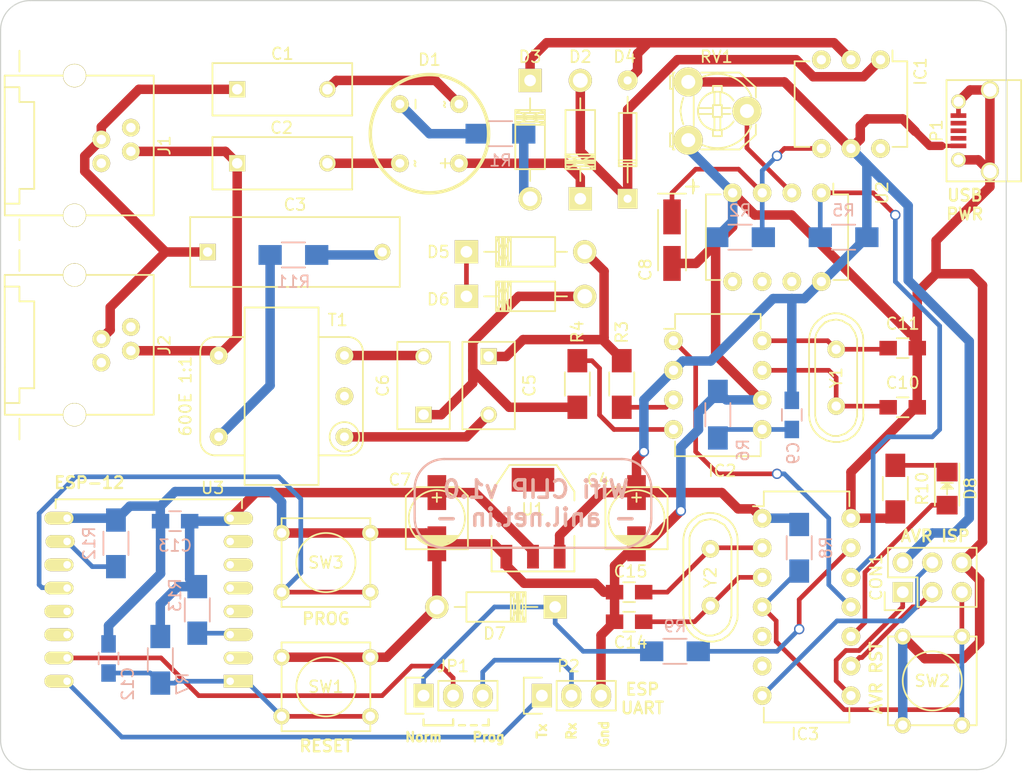
<source format=kicad_pcb>
(kicad_pcb (version 20221018) (generator pcbnew)
  (layers (0 "F.Cu" signal) (31 "B.Cu" signal) (34 "B.Paste" user) (35 "F.Paste" user) (36 "B.SilkS" user "B.Silkscreen") (37 "F.SilkS" user "F.Silkscreen") (38 "B.Mask" user) (39 "F.Mask" user) (44 "Edge.Cuts" user))
  (net 0 "")
  (net 1 "GND")
  (net 2 "+5V")
  (net 3 "Net-(C8-Pad1)")
  (net 4 "Net-(IC2-Pad3)")
  (net 5 "Net-(IC2-Pad4)")
  (net 6 "CLIP")
  (net 7 "Net-(C1-Pad2)")
  (net 8 "Net-(C2-Pad2)")
  (net 9 "Net-(C3-Pad2)")
  (net 10 "Net-(C5-Pad1)")
  (net 11 "Net-(C6-Pad1)")
  (net 12 "Net-(C6-Pad2)")
  (net 13 "Net-(C10-Pad1)")
  (net 14 "Net-(C11-Pad1)")
  (net 15 "Net-(D2-Pad2)")
  (net 16 "Net-(D1-Pad3)")
  (net 17 "Net-(D3-Pad2)")
  (net 18 "Net-(D3-Pad1)")
  (net 19 "Net-(D5-Pad1)")
  (net 20 "Net-(D7-Pad1)")
  (net 21 "RING")
  (net 22 "Net-(D1-Pad1)")
  (net 23 "Net-(RV1-Pad2)")
  (net 24 "TEL1")
  (net 25 "TEL2")
  (net 26 "Net-(C5-Pad2)")
  (net 27 "+3V3")
  (net 28 "Net-(C9-Pad2)")
  (net 29 "Net-(C12-Pad1)")
  (net 30 "Net-(C14-Pad1)")
  (net 31 "Net-(C15-Pad1)")
  (net 32 "AVR_MISO")
  (net 33 "AVR_SCL")
  (net 34 "AVR_MOSI")
  (net 35 "AVR_REST")
  (net 36 "Net-(D8-Pad1)")
  (net 37 "Net-(D8-Pad2)")
  (net 38 "NUMOUT")
  (net 39 "Net-(JP1-Pad2)")
  (net 40 "Net-(P2-Pad1)")
  (net 41 "Net-(SW3-Pad2)")
  (net 42 "Net-(R11-Pad1)")
  (net 43 "Net-(R12-Pad2)")
  (net 44 "Net-(R13-Pad2)")
  (net 45 "Net-(JP1-Pad3)")
  (footprint "Capacitors_ThroughHole:C_Disc_D12_P7.75" (layer "F.Cu") (at 182.88 116.84)
    (fp_text reference "C1")
    (fp_text value "33nF, 150V")
  )
  (footprint "Capacitors_ThroughHole:C_Disc_D12_P7.75" (layer "F.Cu") (at 182.88 123.19)
    (fp_text reference "C2")
    (fp_text value "33nF, 150v")
  )
  (footprint "Capacitors_ThroughHole:C_Rect_L18_W6_P15" (layer "F.Cu") (at 180.34 130.81)
    (fp_text reference "C3")
    (fp_text value "100nF, 250V")
  )
  (footprint "Pin_Headers:Pin_Header_Straight_2x03" (layer "F.Cu") (at 240.03 160.02 90)
    (fp_text reference "CON1")
    (fp_text value "AVR-ISP-6")
  )
  (footprint "akn_misc:WOM_BRIDGE" (layer "F.Cu") (at 199.39 120.65 90)
    (fp_text reference "D1")
    (fp_text value "W10M")
  )
  (footprint "Diodes_ThroughHole:Diode_DO-41_SOD81_Horizontal_RM10" (layer "F.Cu") (at 212.34654 126.238 90)
    (fp_text reference "D2")
    (fp_text value "ZENER 8.2V")
  )
  (footprint "Diodes_ThroughHole:Diode_DO-41_SOD81_Horizontal_RM10" (layer "F.Cu") (at 208.02854 116.078 -90)
    (fp_text reference "D3")
    (fp_text value "ZENER 8.2V")
  )
  (footprint "Diodes_ThroughHole:Diode_DO-41_SOD81_Horizontal_RM10" (layer "F.Cu") (at 202.565 130.7973)
    (fp_text reference "D5")
    (fp_text value "ZENER 3.3V")
  )
  (footprint "Diodes_ThroughHole:Diode_DO-41_SOD81_Horizontal_RM10" (layer "F.Cu") (at 202.565 134.62254)
    (fp_text reference "D6")
    (fp_text value "ZENER 3.3V")
  )
  (footprint "Diodes_ThroughHole:Diode_DO-41_SOD81_Horizontal_RM10" (layer "F.Cu") (at 210.185 161.29 180)
    (fp_text reference "D7")
    (fp_text value "3.3v")
  )
  (footprint "Housings_DIP:DIP-6_W7.62mm" (layer "F.Cu") (at 238.125 114.3 -90)
    (fp_text reference "IC1")
    (fp_text value "4N35")
  )
  (footprint "Housings_DIP:DIP-8_W7.62mm" (layer "F.Cu") (at 220.345 138.43)
    (fp_text reference "IC2")
    (fp_text value "HT9032D")
  )
  (footprint "Housings_DIP:DIP-14_W7.62mm" (layer "F.Cu") (at 227.965 153.67)
    (fp_text reference "IC3")
    (fp_text value "ATTINY84-P")
  )
  (footprint "akn_misc:RJ11_PTH_6P4C_STAG" (layer "F.Cu") (at 162.91 121.66 -90)
    (fp_text reference "J1")
    (fp_text value "RJ11_PTH_STAGGER")
  )
  (footprint "akn_misc:RJ11_PTH_6P4C_STAG" (layer "F.Cu") (at 162.91 138.78 -90)
    (fp_text reference "J2")
    (fp_text value "RJ11_PTH_STAGGER")
  )
  (footprint "Connect:USB_Micro-B" (layer "F.Cu") (at 246.38 120.396 90)
    (fp_text reference "P1")
    (fp_text value "USB_OTG")
  )
  (footprint "Potentiometers:Potentiometer_Triwood_RM-065" (layer "F.Cu") (at 221.615 116.205 -90)
    (fp_text reference "RV1")
    (fp_text value "10K")
  )
  (footprint "Buttons_Switches_ThroughHole:SW_PUSH_SMALL" (layer "F.Cu") (at 190.5 168.148)
    (fp_text reference "SW1")
    (fp_text value "ESP_REST")
  )
  (footprint "Buttons_Switches_ThroughHole:SW_PUSH_SMALL" (layer "F.Cu") (at 242.57 167.64 90)
    (fp_text reference "SW2")
    (fp_text value "AVR_REST")
  )
  (footprint "Buttons_Switches_ThroughHole:SW_PUSH_SMALL" (layer "F.Cu") (at 190.5 157.48)
    (fp_text reference "SW3")
    (fp_text value "PROG")
  )
  (footprint "akn_transformers:TRANSFO-AUDIO-EL14" (layer "F.Cu") (at 186.69 143.1925 -90)
    (fp_text reference "T1")
    (fp_text value "600E 1:1")
  )
  (footprint "TO_SOT_Packages_SMD:SOT-223" (layer "F.Cu") (at 208.28 153.67)
    (fp_text reference "U1")
    (fp_text value "LD1117S33TR")
  )
  (footprint "Housings_DIP:DIP-8_W7.62mm" (layer "F.Cu") (at 233.045 125.73 -90)
    (fp_text reference "U2")
    (fp_text value "LM393")
  )
  (footprint "ESP8266:ESP-12" (layer "F.Cu") (at 182.275 167.67 180)
    (fp_text reference "U3")
    (fp_text value "ESP-12")
  )
  (footprint "Crystals:Crystal_HC49-U_Vertical" (layer "F.Cu") (at 234.315 141.605 90)
    (fp_text reference "Y1")
    (fp_text value "3.579545Mhz")
  )
  (footprint "Crystals:Crystal_HC49-U_Vertical" (layer "F.Cu") (at 223.52 158.75 90)
    (fp_text reference "Y2")
    (fp_text value "8 Mhz")
  )
  (footprint "Capacitors_SMD:c_elec_5x5.3" (layer "F.Cu") (at 217.17 153.67 90)
    (fp_text reference "C4")
    (fp_text value "10uF")
  )
  (footprint "Capacitors_SMD:c_elec_5x5.3" (layer "F.Cu") (at 200.025 153.67 90)
    (fp_text reference "C7")
    (fp_text value "10uF")
  )
  (footprint "Capacitors_SMD:C_0805_HandSoldering" (layer "F.Cu") (at 240.03 144.145)
    (fp_text reference "C10")
    (fp_text value "22pF")
  )
  (footprint "Capacitors_SMD:C_0805_HandSoldering" (layer "F.Cu") (at 240.03 139.065)
    (fp_text reference "C11")
    (fp_text value "22pF")
  )
  (footprint "Capacitors_SMD:C_0805_HandSoldering" (layer "F.Cu") (at 216.535 162.56 180)
    (fp_text reference "C14")
    (fp_text value "22pF")
  )
  (footprint "Capacitors_SMD:C_0805_HandSoldering" (layer "F.Cu") (at 216.535 160.02 180)
    (fp_text reference "C15")
    (fp_text value "22pF")
  )
  (footprint "Resistors_SMD:R_1206_HandSoldering" (layer "F.Cu") (at 239.395 151.13 -90)
    (fp_text reference "R10")
    (fp_text value "1K")
  )
  (footprint "Resistors_SMD:R_1206_HandSoldering" (layer "F.Cu") (at 215.9 142.145 -90)
    (fp_text reference "R3")
    (fp_text value "220K")
  )
  (footprint "Resistors_SMD:R_1206_HandSoldering" (layer "F.Cu") (at 212.09 142.145 90)
    (fp_text reference "R4")
    (fp_text value "220K")
  )
  (footprint "Capacitors_ThroughHole:C_Disc_D7.5_P5" (layer "F.Cu") (at 204.47 139.78 -90)
    (fp_text reference "C5")
    (fp_text value "47nF")
  )
  (footprint "Capacitors_ThroughHole:C_Disc_D7.5_P5" (layer "F.Cu") (at 198.882 144.78 90)
    (fp_text reference "C6")
    (fp_text value "47nF")
  )
  (footprint "LEDs:LED-1206" (layer "F.Cu") (at 243.84 151.13 -90)
    (fp_text reference "D8")
    (fp_text value "LED")
  )
  (footprint "Diodes_ThroughHole:Diode_DO-35_SOD27_Horizontal_RM10" (layer "F.Cu") (at 216.41054 126.23852 90)
    (fp_text reference "D4")
    (fp_text value "1N4148")
  )
  (footprint "Capacitors_Tantalum_SMD:TantalC_SizeA_EIA-3216_HandSoldering" (layer "F.Cu") (at 220.218 129.794 -90)
    (fp_text reference "C8")
    (fp_text value "1uF")
  )
  (footprint "Pin_Headers:Pin_Header_Straight_1x03" (layer "F.Cu") (at 198.882 168.91 90)
    (fp_text reference "JP1")
    (fp_text value "RX sel.")
  )
  (footprint "Pin_Headers:Pin_Header_Straight_1x03" (layer "F.Cu") (at 209.042 168.91 90)
    (fp_text reference "P2")
    (fp_text value "ESP_UART")
  )
  (footprint "Capacitors_SMD:C_0805_HandSoldering" (layer "B.Cu") (at 230.505 144.8 -90)
    (fp_text reference "C9")
    (fp_text value "0.1uF")
  )
  (footprint "Capacitors_SMD:C_0805_HandSoldering" (layer "B.Cu") (at 171.831 165.715 90)
    (fp_text reference "C12")
    (fp_text value "0.1uF")
  )
  (footprint "Capacitors_SMD:C_0805_HandSoldering" (layer "B.Cu") (at 177.546 153.924)
    (fp_text reference "C13")
    (fp_text value "0.1uF")
  )
  (footprint "Resistors_SMD:R_1206_HandSoldering" (layer "B.Cu") (at 205.486 120.65)
    (fp_text reference "R1")
    (fp_text value "100K")
  )
  (footprint "Resistors_SMD:R_1206_HandSoldering" (layer "B.Cu") (at 234.95 129.54 180)
    (fp_text reference "R5")
    (fp_text value "10K")
  )
  (footprint "Resistors_SMD:R_1206_HandSoldering" (layer "B.Cu") (at 224.155 144.78 90)
    (fp_text reference "R6")
    (fp_text value "100K")
  )
  (footprint "Resistors_SMD:R_1206_HandSoldering" (layer "B.Cu") (at 176.276 165.83 -90)
    (fp_text reference "R7")
    (fp_text value "4.7K")
  )
  (footprint "Resistors_SMD:R_1206_HandSoldering" (layer "B.Cu") (at 231.14 156.21 90)
    (fp_text reference "R8")
    (fp_text value "4.7K")
  )
  (footprint "Resistors_SMD:R_1206_HandSoldering" (layer "B.Cu") (at 220.472 165.1 180)
    (fp_text reference "R9")
    (fp_text value "1k")
  )
  (footprint "Resistors_SMD:R_1206_HandSoldering" (layer "B.Cu") (at 226.06 129.54 180)
    (fp_text reference "R2")
    (fp_text value "220K")
  )
  (footprint "Resistors_SMD:R_1206_HandSoldering" (layer "B.Cu") (at 187.706 131.064)
    (fp_text reference "R11")
    (fp_text value "1K")
  )
  (footprint "Resistors_SMD:R_1206_HandSoldering" (layer "B.Cu") (at 172.466 155.829 -90)
    (fp_text reference "R12")
    (fp_text value "1K")
  )
  (footprint "Resistors_SMD:R_1206_HandSoldering" (layer "B.Cu") (at 179.451 161.544 -90)
    (fp_text reference "R13")
    (fp_text value "1K")
  )
  (gr_line (start 215.9 156.21) (end 200.66 156.21) (stroke (width 0.2)) (layer "B.SilkS"))
  (gr_line (start 200.66 148.59) (end 215.9 148.59) (stroke (width 0.2)) (layer "B.SilkS"))
  (gr_line (start 218.44 151.13) (end 218.44 153.67) (stroke (width 0.2)) (layer "B.SilkS"))
  (gr_arc (start 215.9 148.59) (mid 217.696051 149.333949) (end 218.44 151.13) (stroke (width 0.2)) (layer "B.SilkS"))
  (gr_arc (start 218.44 153.67) (mid 217.696051 155.466051) (end 215.9 156.21) (stroke (width 0.2)) (layer "B.SilkS"))
  (gr_arc (start 200.66 156.21) (mid 198.863949 155.466051) (end 198.12 153.67) (stroke (width 0.2)) (layer "B.SilkS"))
  (gr_arc (start 198.12 151.13) (mid 198.863949 149.333949) (end 200.66 148.59) (stroke (width 0.2)) (layer "B.SilkS"))
  (gr_line (start 198.12 153.67) (end 198.12 151.13) (stroke (width 0.2)) (layer "B.SilkS"))
  (gr_line (start 202.946 171.45) (end 203.454 171.45) (stroke (width 0.2)) (layer "F.SilkS"))
  (gr_line (start 201.93 171.45) (end 202.438 171.45) (stroke (width 0.2)) (layer "F.SilkS"))
  (gr_line (start 198.882 171.45) (end 201.422 171.45) (stroke (width 0.2)) (layer "F.SilkS"))
  (gr_line (start 198.882 170.942) (end 198.882 171.45) (stroke (width 0.2)) (layer "F.SilkS"))
  (gr_line (start 201.422 171.45) (end 201.422 170.942) (stroke (width 0.2)) (layer "F.SilkS"))
  (gr_line (start 203.962 171.45) (end 204.47 171.45) (stroke (width 0.2)) (layer "F.SilkS"))
  (gr_line (start 204.47 171.45) (end 204.47 170.942) (stroke (width 0.2)) (layer "F.SilkS"))
  (gr_line (start 162.56 172.72) (end 162.56 111.76) (stroke (width 0.1)) (layer "Edge.Cuts"))
  (gr_arc (start 162.56 111.76) (mid 163.303949 109.963949) (end 165.1 109.22) (stroke (width 0.1)) (layer "Edge.Cuts"))
  (gr_line (start 246.38 175.26) (end 165.1 175.26) (stroke (width 0.1)) (layer "Edge.Cuts"))
  (gr_arc (start 248.92 172.72) (mid 248.176051 174.516051) (end 246.38 175.26) (stroke (width 0.1)) (layer "Edge.Cuts"))
  (gr_arc (start 165.1 175.26) (mid 163.303949 174.516051) (end 162.56 172.72) (stroke (width 0.1)) (layer "Edge.Cuts"))
  (gr_line (start 248.92 111.76) (end 248.92 172.72) (stroke (width 0.1)) (layer "Edge.Cuts"))
  (gr_line (start 165.1 109.22) (end 246.38 109.22) (stroke (width 0.1)) (layer "Edge.Cuts"))
  (gr_arc (start 246.38 109.22) (mid 248.176051 109.963949) (end 248.92 111.76) (stroke (width 0.1)) (layer "Edge.Cuts"))
  (gr_text "Wifi CLIP v1.0\n- anil.net.in -" (at 208.534 152.4) (layer "B.SilkS") (effects (font (size 1.5 1.5) (thickness 0.3)) (justify mirror)))
  (gr_text "Rx" (at 211.582 171.958 90) (layer "F.SilkS") (effects (font (size 0.8 0.8) (thickness 0.2))))
  (gr_text "Gnd" (at 214.376 172.212 90) (layer "F.SilkS") (effects (font (size 0.8 0.8) (thickness 0.2))))
  (gr_text "AVR ISP" (at 242.824 155.194) (layer "F.SilkS") (effects (font (size 1 1) (thickness 0.2))))
  (gr_text "AVR RST" (at 237.744 167.386 90) (layer "F.SilkS") (effects (font (size 1 1) (thickness 0.2))))
  (gr_text "USB\nPWR" (at 245.364 126.746) (layer "F.SilkS") (effects (font (size 1 1) (thickness 0.2))))
  (gr_text "Prog" (at 204.47 172.466) (layer "F.SilkS") (effects (font (size 0.8 0.8) (thickness 0.2))))
  (gr_text "ESP\nUART" (at 217.678 169.164) (layer "F.SilkS") (effects (font (size 1 1) (thickness 0.2))))
  (gr_text "ESP-12" (at 170.18 150.622) (layer "F.SilkS") (effects (font (size 1 1) (thickness 0.2))))
  (gr_text "Norm" (at 198.882 172.466) (layer "F.SilkS") (effects (font (size 0.8 0.8) (thickness 0.2))))
  (gr_text "RESET" (at 190.5 173.228) (layer "F.SilkS") (effects (font (size 1 1) (thickness 0.2))))
  (gr_text "PROG" (at 190.5 162.306) (layer "F.SilkS") (effects (font (size 1 1) (thickness 0.2))))
  (gr_text "Tx" (at 209.042 171.958 90) (layer "F.SilkS") (effects (font (size 0.8 0.8) (thickness 0.2))))
  (segment (start 222.280626 131.79298) (end 223.964599 130.109007) (width 0.8128) (layer "F.Cu") (net 1))
  (segment (start 214.122 163.723) (end 215.285 162.56) (width 0.8128) (layer "F.Cu") (net 1))
  (segment (start 205.994 157.734) (end 207.518 159.258) (width 0.8128) (layer "F.Cu") (net 1))
  (segment (start 207.518 159.258) (end 213.614 159.258) (width 0.8128) (layer "F.Cu") (net 1))
  (segment (start 213.614 159.258) (end 214.376 160.02) (width 0.8128) (layer "F.Cu") (net 1))
  (segment (start 214.376 160.02) (end 215.285 160.02) (width 0.8128) (layer "F.Cu") (net 1))
  (segment (start 245.11 157.48) (end 246.634001 159.004001) (width 0.8128) (layer "F.Cu") (net 1))
  (segment (start 247.51746 123.8969) (end 247.51746 125.2097) (width 0.8128) (layer "F.Cu") (net 1))
  (segment (start 235.585 153.67) (end 238.855 153.67) (width 0.8128) (layer "F.Cu") (net 1))
  (segment (start 241.155 144.145) (end 235.585 149.715) (width 0.8128) (layer "F.Cu") (net 1))
  (segment (start 241.28 138.43) (end 230.485 127.635) (width 0.8128) (layer "F.Cu") (net 1))
  (segment (start 245.11 157.48) (end 246.88246 155.70754) (width 0.8128) (layer "F.Cu") (net 1))
  (segment (start 227.838 143.51) (end 227.965 143.51) (width 0.8128) (layer "F.Cu") (net 1))
  (segment (start 241.28 134.29056) (end 241.28 138.43) (width 0.8128) (layer "F.Cu") (net 1))
  (segment (start 204.89164 155.86964) (end 205.994 156.972) (width 0.8128) (layer "F.Cu") (net 1))
  (segment (start 230.485 127.635) (end 227.33 127.635) (width 0.8128) (layer "F.Cu") (net 1))
  (segment (start 227.33 127.635) (end 225.425 125.73) (width 0.8128) (layer "F.Cu") (net 1))
  (segment (start 241.935 165.735) (end 240.03 163.83) (width 0.8128) (layer "F.Cu") (net 1))
  (segment (start 244.81746 122.8969) (end 246.51746 122.8969) (width 0.8128) (layer "F.Cu") (net 1))
  (segment (start 200.025 161.29254) (end 200.025 155.86964) (width 0.8128) (layer "F.Cu") (net 1))
  (segment (start 194.31 165.608) (end 195.70954 165.608) (width 0.8128) (layer "F.Cu") (net 1))
  (segment (start 215.285 157.75464) (end 217.17 155.86964) (width 0.8128) (layer "F.Cu") (net 1))
  (segment (start 245.216174 165.735) (end 241.935 165.735) (width 0.8128) (layer "F.Cu") (net 1))
  (segment (start 245.88246 132.6759) (end 242.89466 132.6759) (width 0.8128) (layer "F.Cu") (net 1))
  (segment (start 223.964599 130.109007) (end 223.964599 139.636599) (width 0.8128) (layer "F.Cu") (net 1))
  (segment (start 247.51746 116.8969) (end 245.81746 116.8969) (width 0.8128) (layer "F.Cu") (net 1))
  (segment (start 205.994 156.972) (end 205.994 157.734) (width 0.8128) (layer "F.Cu") (net 1))
  (segment (start 242.89466 129.8325) (end 242.89466 132.6759) (width 0.8128) (layer "F.Cu") (net 1))
  (segment (start 215.285 160.02) (end 215.285 157.75464) (width 0.8128) (layer "F.Cu") (net 1))
  (segment (start 186.69 154.94) (end 194.31 154.94) (width 0.8128) (layer "F.Cu") (net 1))
  (segment (start 241.28 139.065) (end 241.28 144.145) (width 0.8128) (layer "F.Cu") (net 1))
  (segment (start 238.855 153.67) (end 239.395 153.13) (width 0.8128) (layer "F.Cu") (net 1))
  (segment (start 217.17 155.86964) (end 218.14536 155.86964) (width 0.8128) (layer "F.Cu") (net 1))
  (segment (start 225.425 125.73) (end 225.425 128.648606) (width 0.8128) (layer "F.Cu") (net 1))
  (segment (start 246.51746 122.8969) (end 247.51746 123.8969) (width 0.8128) (layer "F.Cu") (net 1))
  (segment (start 200.025 155.86964) (end 204.89164 155.86964) (width 0.8128) (layer "F.Cu") (net 1))
  (segment (start 218.14536 155.86964) (end 220.98 153.035) (width 0.8128) (layer "F.Cu") (net 1))
  (segment (start 245.81746 116.8969) (end 244.81746 117.8969) (width 0.8128) (layer "F.Cu") (net 1))
  (segment (start 214.122 168.91) (end 214.122 163.723) (width 0.8128) (layer "F.Cu") (net 1))
  (segment (start 244.81746 117.8969) (end 244.81746 119.092399) (width 0.401) (layer "F.Cu") (net 1))
  (segment (start 247.51746 125.2097) (end 242.89466 129.8325) (width 0.8128) (layer "F.Cu") (net 1))
  (segment (start 194.31 154.94) (end 199.09536 154.94) (width 0.8128) (layer "F.Cu") (net 1))
  (segment (start 246.88246 155.70754) (end 246.88246 133.6759) (width 0.8128) (layer "F.Cu") (net 1))
  (segment (start 205.994 156.972) (end 205.994 157.48) (width 0.8128) (layer "F.Cu") (net 1))
  (segment (start 225.425 128.648606) (end 223.964599 130.109007) (width 0.8128) (layer "F.Cu") (net 1))
  (segment (start 215.285 160.02) (end 215.285 162.56) (width 0.8128) (layer "F.Cu") (net 1))
  (segment (start 246.634001 159.004001) (end 246.634001 164.317173) (width 0.8128) (layer "F.Cu") (net 1))
  (segment (start 242.89466 132.6759) (end 241.28 134.29056) (width 0.8128) (layer "F.Cu") (net 1))
  (segment (start 235.585 149.715) (end 235.585 153.67) (width 0.8128) (layer "F.Cu") (net 1))
  (segment (start 241.28 138.43) (end 241.28 139.065) (width 0.8128) (layer "F.Cu") (net 1))
  (segment (start 195.70954 165.608) (end 200.025 161.29254) (width 0.8128) (layer "F.Cu") (net 1))
  (segment (start 223.964599 139.636599) (end 227.838 143.51) (width 0.8128) (layer "F.Cu") (net 1))
  (segment (start 247.51746 123.8969) (end 247.51746 116.8969) (width 0.8128) (layer "F.Cu") (net 1))
  (segment (start 199.09536 154.94) (end 200.025 155.86964) (width 0.8128) (layer "F.Cu") (net 1))
  (segment (start 246.634001 164.317173) (end 245.216174 165.735) (width 0.8128) (layer "F.Cu") (net 1))
  (segment (start 245.88246 132.6759) (end 246.88246 133.6759) (width 0.8128) (layer "F.Cu") (net 1))
  (segment (start 220.218 131.79298) (end 222.280626 131.79298) (width 0.8128) (layer "F.Cu") (net 1))
  (segment (start 186.69 165.608) (end 194.31 165.608) (width 0.8128) (layer "F.Cu") (net 1))
  (segment (start 241.28 144.145) (end 241.155 144.145) (width 0.8128) (layer "F.Cu") (net 1))
  (via (at 220.98 153.035) (size 0.889) (drill 0.635) (layers "F.Cu" "B.Cu") (net 1))
  (segment (start 221.615 121.92) (end 225.425 125.73) (width 0.8128) (layer "B.Cu") (net 1))
  (segment (start 186.69 152.273) (end 185.801 151.384) (width 0.8128) (layer "B.Cu") (net 1))
  (segment (start 185.801 151.384) (end 177.546 151.384) (width 0.8128) (layer "B.Cu") (net 1))
  (segment (start 177.546 151.384) (end 176.296 152.634) (width 0.8128) (layer "B.Cu") (net 1))
  (segment (start 176.296 152.634) (end 176.276 152.634) (width 0.8128) (layer "B.Cu") (net 1))
  (segment (start 173.661 152.634) (end 172.625 153.67) (width 0.8128) (layer "B.Cu") (net 1))
  (segment (start 172.625 153.67) (end 168.275 153.67) (width 0.8128) (layer "B.Cu") (net 1))
  (segment (start 176.276 152.634) (end 173.661 152.634) (width 0.8128) (layer "B.Cu") (net 1))
  (segment (start 176.276 153.904) (end 176.296 153.924) (width 0.8128) (layer "B.Cu") (net 1))
  (segment (start 224.155 142.93) (end 224.155 142.78) (width 0.8128) (layer "B.Cu") (net 1))
  (segment (start 171.831 162.9022) (end 176.296 158.4372) (width 0.8128) (layer "B.Cu") (net 1))
  (segment (start 221.615 121.20372) (end 221.615 121.92) (width 0.8128) (layer "B.Cu") (net 1))
  (segment (start 176.296 158.4372) (end 176.296 153.924) (width 0.8128) (layer "B.Cu") (net 1))
  (segment (start 225.425 125.73) (end 225.425 128.175) (width 0.8128) (layer "B.Cu") (net 1))
  (segment (start 186.69 154.94) (end 186.69 152.273) (width 0.8128) (layer "B.Cu") (net 1))
  (segment (start 240.03 163.83) (end 240.03 171.45) (width 0.8128) (layer "B.Cu") (net 1))
  (segment (start 224.885 143.51) (end 224.155 142.78) (width 0.8128) (layer "B.Cu") (net 1))
  (segment (start 222.4922 146.064194) (end 222.4922 144.5928) (width 0.8128) (layer "B.Cu") (net 1))
  (segment (start 225.425 128.175) (end 224.06 129.54) (width 0.8128) (layer "B.Cu") (net 1))
  (segment (start 220.98 147.576394) (end 222.4922 146.064194) (width 0.8128) (layer "B.Cu") (net 1))
  (segment (start 227.965 143.51) (end 224.885 143.51) (width 0.8128) (layer "B.Cu") (net 1))
  (segment (start 176.276 152.634) (end 176.276 153.904) (width 0.8128) (layer "B.Cu") (net 1))
  (segment (start 220.98 153.035) (end 220.98 147.576394) (width 0.8128) (layer "B.Cu") (net 1))
  (segment (start 222.4922 144.5928) (end 224.155 142.93) (width 0.8128) (layer "B.Cu") (net 1))
  (segment (start 171.831 164.465) (end 171.831 162.9022) (width 0.8128) (layer "B.Cu") (net 1))
  (segment (start 217.17 151.47036) (end 224.49536 151.47036) (width 0.8128) (layer "F.Cu") (net 2))
  (segment (start 210.566 156.972) (end 210.566 155.1432) (width 0.8128) (layer "F.Cu") (net 2))
  (segment (start 243.3629 121.6969) (end 242.3469 121.6969) (width 0.72) (layer "F.Cu") (net 2))
  (segment (start 236.384999 119.977001) (end 236.982 119.38) (width 0.8128) (layer "F.Cu") (net 2))
  (segment (start 242.3469 121.6969) (end 241.109599 120.459599) (width 0.72) (layer "F.Cu") (net 2))
  (segment (start 229.87 116.205) (end 235.585 121.92) (width 0.8128) (layer "F.Cu") (net 2))
  (segment (start 244.81746 121.6969) (end 243.3629 121.6969) (width 0.36) (layer "F.Cu") (net 2))
  (segment (start 210.566 155.1432) (end 214.23884 151.47036) (width 0.8128) (layer "F.Cu") (net 2))
  (segment (start 225.895001 152.870001) (end 227.165001 152.870001) (width 0.8128) (layer "F.Cu") (net 2))
  (segment (start 240.03 119.38) (end 241.109599 120.459599) (width 0.8128) (layer "F.Cu") (net 2))
  (segment (start 236.982 119.38) (end 240.03 119.38) (width 0.8128) (layer "F.Cu") (net 2))
  (segment (start 217.17 151.47036) (end 217.17 148.59) (width 0.8128) (layer "F.Cu") (net 2))
  (segment (start 217.17 148.59) (end 217.805 147.955) (width 0.8128) (layer "F.Cu") (net 2))
  (segment (start 235.585 121.92) (end 236.384999 121.120001) (width 0.8128) (layer "F.Cu") (net 2))
  (segment (start 221.615 116.205) (end 229.87 116.205) (width 0.8128) (layer "F.Cu") (net 2))
  (segment (start 227.165001 152.870001) (end 227.965 153.67) (width 0.8128) (layer "F.Cu") (net 2))
  (segment (start 224.49536 151.47036) (end 225.895001 152.870001) (width 0.8128) (layer "F.Cu") (net 2))
  (segment (start 214.23884 151.47036) (end 217.17 151.47036) (width 0.8128) (layer "F.Cu") (net 2))
  (segment (start 236.384999 121.120001) (end 236.384999 119.977001) (width 0.8128) (layer "F.Cu") (net 2))
  (via (at 217.805 147.955) (size 0.889) (drill 0.635) (layers "F.Cu" "B.Cu") (net 2))
  (segment (start 244.475 154.94) (end 242.57 154.94) (width 0.8128) (layer "B.Cu") (net 2))
  (segment (start 217.805 143.51) (end 220.345 140.97) (width 0.8128) (layer "B.Cu") (net 2))
  (segment (start 233.045 133.35) (end 233.14 133.35) (width 0.8128) (layer "B.Cu") (net 2))
  (segment (start 220.345 140.97) (end 221.144999 140.170001) (width 0.8128) (layer "B.Cu") (net 2))
  (segment (start 221.144999 140.170001) (end 223.539999 140.170001) (width 0.8128) (layer "B.Cu") (net 2))
  (segment (start 233.14 133.35) (end 236.95 129.54) (width 0.8128) (layer "B.Cu") (net 2))
  (segment (start 242.57 154.94) (end 240.03 157.48) (width 0.8128) (layer "B.Cu") (net 2))
  (segment (start 230.505 134.810401) (end 231.584599 134.810401) (width 0.8128) (layer "B.Cu") (net 2))
  (segment (start 230.6 153.67) (end 231.14 154.21) (width 0.8128) (layer "B.Cu") (net 2))
  (segment (start 240.499901 133.237391) (end 245.745 138.48249) (width 0.8128) (layer "B.Cu") (net 2))
  (segment (start 245.745 153.67) (end 244.475 154.94) (width 0.8128) (layer "B.Cu") (net 2))
  (segment (start 227.965 153.67) (end 230.6 153.67) (width 0.8128) (layer "B.Cu") (net 2))
  (segment (start 245.745 138.48249) (end 245.745 153.67) (width 0.8128) (layer "B.Cu") (net 2))
  (segment (start 217.805 147.955) (end 217.805 143.51) (width 0.8128) (layer "B.Cu") (net 2))
  (segment (start 236.95 129.54) (end 236.95 123.285) (width 0.8128) (layer "B.Cu") (net 2))
  (segment (start 230.505 143.55) (end 230.505 134.810401) (width 0.8128) (layer "B.Cu") (net 2))
  (segment (start 223.539999 140.170001) (end 228.899599 134.810401) (width 0.8128) (layer "B.Cu") (net 2))
  (segment (start 236.95 123.285) (end 235.585 121.92) (width 0.8128) (layer "B.Cu") (net 2))
  (segment (start 231.584599 134.810401) (end 233.045 133.35) (width 0.8128) (layer "B.Cu") (net 2))
  (segment (start 240.499901 126.834901) (end 240.499901 133.237391) (width 0.8128) (layer "B.Cu") (net 2))
  (segment (start 228.899599 134.810401) (end 230.505 134.810401) (width 0.8128) (layer "B.Cu") (net 2))
  (segment (start 235.585 121.92) (end 240.499901 126.834901) (width 0.8128) (layer "B.Cu") (net 2))
  (segment (start 220.218 125.73) (end 222.25 123.698) (width 0.401) (layer "F.Cu") (net 3))
  (segment (start 222.25 123.698) (end 225.933 123.698) (width 0.401) (layer "F.Cu") (net 3))
  (segment (start 225.933 123.698) (end 227.965 125.73) (width 0.401) (layer "F.Cu") (net 3))
  (segment (start 233.045 121.92) (end 229.87 121.92) (width 0.401) (layer "F.Cu") (net 3))
  (segment (start 220.218 127.79502) (end 220.218 125.73) (width 0.401) (layer "F.Cu") (net 3))
  (segment (start 229.87 121.92) (end 229.235 122.555) (width 0.401) (layer "F.Cu") (net 3))
  (via (at 229.235 122.555) (size 0.889) (drill 0.635) (layers "F.Cu" "B.Cu") (net 3))
  (segment (start 227.965 123.825) (end 227.965 125.73) (width 0.401) (layer "B.Cu") (net 3))
  (segment (start 229.235 122.555) (end 227.965 123.825) (width 0.401) (layer "B.Cu") (net 3))
  (segment (start 227.965 125.73) (end 227.965 129.445) (width 0.401) (layer "B.Cu") (net 3))
  (segment (start 227.965 129.445) (end 228.06 129.54) (width 0.401) (layer "B.Cu") (net 3))
  (segment (start 215.9 144.145) (end 219.71 144.145) (width 0.401) (layer "F.Cu") (net 4))
  (segment (start 219.71 144.145) (end 220.345 143.51) (width 0.401) (layer "F.Cu") (net 4))
  (segment (start 212.09 140.145) (end 213.341 140.145) (width 0.401) (layer "F.Cu") (net 5))
  (segment (start 215.234098 146.05) (end 220.345 146.05) (width 0.401) (layer "F.Cu") (net 5))
  (segment (start 213.995 144.810902) (end 215.234098 146.05) (width 0.401) (layer "F.Cu") (net 5))
  (segment (start 213.341 140.145) (end 213.995 140.799) (width 0.401) (layer "F.Cu") (net 5))
  (segment (start 213.995 140.799) (end 213.995 144.810902) (width 0.401) (layer "F.Cu") (net 5))
  (segment (start 220.345 138.43) (end 222.25 140.335) (width 0.401) (layer "F.Cu") (net 6))
  (segment (start 222.25 147.955) (end 224.155 149.86) (width 0.401) (layer "F.Cu") (net 6))
  (segment (start 222.25 140.335) (end 222.25 147.955) (width 0.401) (layer "F.Cu") (net 6))
  (segment (start 224.155 149.86) (end 229.235 149.86) (width 0.401) (layer "F.Cu") (net 6))
  (via (at 229.235 149.86) (size 0.889) (drill 0.635) (layers "F.Cu" "B.Cu") (net 6))
  (segment (start 233.68 153.676383) (end 233.68 159.385) (width 0.401) (layer "B.Cu") (net 6))
  (segment (start 229.863617 149.86) (end 233.68 153.676383) (width 0.401) (layer "B.Cu") (net 6))
  (segment (start 233.68 159.385) (end 235.585 161.29) (width 0.401) (layer "B.Cu") (net 6))
  (segment (start 229.235 149.86) (end 229.863617 149.86) (width 0.401) (layer "B.Cu") (net 6))
  (segment (start 190.63 116.84) (end 191.392 116.078) (width 0.8128) (layer "F.Cu") (net 7))
  (segment (start 191.392 116.078) (end 199.898 116.078) (width 0.8128) (layer "F.Cu") (net 7))
  (segment (start 199.898 116.078) (end 201.93 118.11) (width 0.8128) (layer "F.Cu") (net 7))
  (segment (start 190.63 123.19) (end 196.85 123.19) (width 0.8128) (layer "F.Cu") (net 8))
  (segment (start 195.086 131.064) (end 195.34 130.81) (width 0.8128) (layer "F.Cu") (net 9))
  (segment (start 195.086 131.064) (end 195.34 130.81) (width 0.8128) (layer "B.Cu") (net 9))
  (segment (start 189.706 131.064) (end 195.086 131.064) (width 0.8128) (layer "B.Cu") (net 9))
  (segment (start 207.4306 138.3322) (end 214.2372 138.3322) (width 0.8128) (layer "F.Cu") (net 10))
  (segment (start 215.9 139.995) (end 215.9 140.145) (width 0.8128) (layer "F.Cu") (net 10))
  (segment (start 214.384891 138.184509) (end 214.2372 138.3322) (width 0.8128) (layer "F.Cu") (net 10))
  (segment (start 212.725 130.79476) (end 214.384891 132.454651) (width 0.8128) (layer "F.Cu") (net 10))
  (segment (start 214.384891 132.454651) (end 214.384891 138.184509) (width 0.8128) (layer "F.Cu") (net 10))
  (segment (start 205.9828 139.78) (end 207.4306 138.3322) (width 0.8128) (layer "F.Cu") (net 10))
  (segment (start 204.47 139.78) (end 205.9828 139.78) (width 0.8128) (layer "F.Cu") (net 10))
  (segment (start 214.2372 138.3322) (end 215.9 139.995) (width 0.8128) (layer "F.Cu") (net 10))
  (segment (start 203.109599 138.551679) (end 207.041278 134.62) (width 0.8128) (layer "F.Cu") (net 11))
  (segment (start 203.109599 142.065201) (end 200.3948 144.78) (width 0.8128) (layer "F.Cu") (net 11))
  (segment (start 206.246278 144.145) (end 203.109599 141.008321) (width 0.8128) (layer "F.Cu") (net 11))
  (segment (start 203.109599 141.008321) (end 203.109599 142.065201) (width 0.8128) (layer "F.Cu") (net 11))
  (segment (start 212.09 144.145) (end 206.246278 144.145) (width 0.8128) (layer "F.Cu") (net 11))
  (segment (start 207.041278 134.62) (end 212.725 134.62) (width 0.8128) (layer "F.Cu") (net 11))
  (segment (start 203.109599 141.008321) (end 203.109599 138.551679) (width 0.8128) (layer "F.Cu") (net 11))
  (segment (start 200.3948 144.78) (end 198.882 144.78) (width 0.8128) (layer "F.Cu") (net 11))
  (segment (start 192.0875 139.7) (end 198.802 139.7) (width 0.8128) (layer "F.Cu") (net 12))
  (segment (start 198.802 139.7) (end 198.882 139.78) (width 0.8128) (layer "F.Cu") (net 12))
  (segment (start 234.315 144.04594) (end 238.68094 144.04594) (width 0.401) (layer "F.Cu") (net 13))
  (segment (start 234.315 141.605) (end 234.315 144.04594) (width 0.401) (layer "F.Cu") (net 13))
  (segment (start 227.965 140.97) (end 233.68 140.97) (width 0.401) (layer "F.Cu") (net 13))
  (segment (start 238.68094 144.04594) (end 238.78 144.145) (width 0.401) (layer "F.Cu") (net 13))
  (segment (start 233.68 140.97) (end 234.315 141.605) (width 0.401) (layer "F.Cu") (net 13))
  (segment (start 233.58094 138.43) (end 234.315 139.16406) (width 0.401) (layer "F.Cu") (net 14))
  (segment (start 227.965 138.43) (end 233.58094 138.43) (width 0.401) (layer "F.Cu") (net 14))
  (segment (start 238.68094 139.16406) (end 238.78 139.065) (width 0.401) (layer "F.Cu") (net 14))
  (segment (start 234.315 139.16406) (end 238.68094 139.16406) (width 0.401) (layer "F.Cu") (net 14))
  (segment (start 220.69816 114.294919) (end 230.878525 114.294919) (width 0.8128) (layer "F.Cu") (net 15))
  (segment (start 216.37879 126.238) (end 216.408 126.238) (width 0.8128) (layer "F.Cu") (net 15))
  (segment (start 212.344 116.078) (end 212.344 122.174) (width 0.8128) (layer "F.Cu") (net 15))
  (segment (start 236.664599 115.760401) (end 238.125 114.3) (width 0.8128) (layer "F.Cu") (net 15))
  (segment (start 216.408 126.238) (end 216.408 118.585079) (width 0.8128) (layer "F.Cu") (net 15))
  (segment (start 230.878525 114.294919) (end 232.344007 115.760401) (width 0.8128) (layer "F.Cu") (net 15))
  (segment (start 232.344007 115.760401) (end 236.664599 115.760401) (width 0.8128) (layer "F.Cu") (net 15))
  (segment (start 216.408 118.585079) (end 220.69816 114.294919) (width 0.8128) (layer "F.Cu") (net 15))
  (segment (start 212.344 122.174) (end 216.408 126.238) (width 0.8128) (layer "F.Cu") (net 15))
  (segment (start 196.85 118.11) (end 199.39 120.65) (width 0.8128) (layer "B.Cu") (net 16))
  (segment (start 199.39 120.65) (end 203.486 120.65) (width 0.8128) (layer "B.Cu") (net 16))
  (segment (start 207.486 125.69292) (end 208.03108 126.238) (width 0.8128) (layer "B.Cu") (net 17))
  (segment (start 207.486 120.65) (end 207.486 125.69292) (width 0.8128) (layer "B.Cu") (net 17))
  (segment (start 217.257629 113.76797) (end 218.186 112.839599) (width 0.8128) (layer "F.Cu") (net 18))
  (segment (start 217.257629 115.228371) (end 217.257629 113.76797) (width 0.8128) (layer "F.Cu") (net 18))
  (segment (start 209.457191 112.839599) (end 218.186 112.839599) (width 0.8128) (layer "F.Cu") (net 18))
  (segment (start 218.186 112.839599) (end 234.124599 112.839599) (width 0.8128) (layer "F.Cu") (net 18))
  (segment (start 234.124599 112.839599) (end 235.585 114.3) (width 0.8128) (layer "F.Cu") (net 18))
  (segment (start 208.03108 116.078) (end 208.03108 114.26571) (width 0.8128) (layer "F.Cu") (net 18))
  (segment (start 216.408 116.078) (end 217.257629 115.228371) (width 0.8128) (layer "F.Cu") (net 18))
  (segment (start 208.03108 114.26571) (end 209.457191 112.839599) (width 0.8128) (layer "F.Cu") (net 18))
  (segment (start 202.565 134.62) (end 202.565 130.79476) (width 0.401) (layer "F.Cu") (net 19))
  (segment (start 198.882 167.386) (end 204.97546 161.29254) (width 0.401) (layer "B.Cu") (net 20))
  (segment (start 204.97546 161.29254) (end 210.185 161.29254) (width 0.401) (layer "B.Cu") (net 20))
  (segment (start 212.59197 165.1) (end 218.472 165.1) (width 0.401) (layer "B.Cu") (net 20))
  (segment (start 210.185 162.69303) (end 212.59197 165.1) (width 0.401) (layer "B.Cu") (net 20))
  (segment (start 210.185 161.29254) (end 210.185 162.69303) (width 0.401) (layer "B.Cu") (net 20))
  (segment (start 198.882 168.91) (end 198.882 167.386) (width 0.401) (layer "B.Cu") (net 20))
  (segment (start 233.045 125.73) (end 237.49 125.73) (width 0.401) (layer "F.Cu") (net 21))
  (segment (start 237.49 125.73) (end 239.395 127.635) (width 0.401) (layer "F.Cu") (net 21))
  (via (at 239.395 127.635) (size 0.889) (drill 0.635) (layers "F.Cu" "B.Cu") (net 21))
  (segment (start 232.95 129.54) (end 232.95 125.825) (width 0.401) (layer "B.Cu") (net 21))
  (segment (start 243.205 137.16) (end 243.205 146.05) (width 0.401) (layer "B.Cu") (net 21))
  (segment (start 239.395 133.35) (end 243.205 137.16) (width 0.401) (layer "B.Cu") (net 21))
  (segment (start 239.395 127.635) (end 239.395 133.35) (width 0.401) (layer "B.Cu") (net 21))
  (segment (start 242.57 146.685) (end 238.76 146.685) (width 0.401) (layer "B.Cu") (net 21))
  (segment (start 237.49 147.955) (end 237.49 156.845) (width 0.401) (layer "B.Cu") (net 21))
  (segment (start 232.95 125.825) (end 233.045 125.73) (width 0.401) (layer "B.Cu") (net 21))
  (segment (start 237.49 156.845) (end 235.585 158.75) (width 0.401) (layer "B.Cu") (net 21))
  (segment (start 238.76 146.685) (end 237.49 147.955) (width 0.401) (layer "B.Cu") (net 21))
  (segment (start 243.205 146.05) (end 242.57 146.685) (width 0.401) (layer "B.Cu") (net 21))
  (segment (start 212.344 124.42571) (end 212.344 126.238) (width 0.8128) (layer "F.Cu") (net 22))
  (segment (start 201.93 123.19) (end 211.10829 123.19) (width 0.8128) (layer "F.Cu") (net 22))
  (segment (start 211.10829 123.19) (end 212.344 124.42571) (width 0.8128) (layer "F.Cu") (net 22))
  (segment (start 226.65436 121.87936) (end 230.505 125.73) (width 0.401) (layer "F.Cu") (net 23))
  (segment (start 226.65436 118.70436) (end 226.65436 121.87936) (width 0.401) (layer "F.Cu") (net 23))
  (segment (start 171.971999 137.508001) (end 171.971999 135.562847) (width 0.8128) (layer "F.Cu") (net 24))
  (segment (start 169.787599 122.572401) (end 169.787599 123.872753) (width 0.8128) (layer "F.Cu") (net 24))
  (segment (start 171.21 120.07237) (end 174.44237 116.84) (width 0.8128) (layer "F.Cu") (net 24))
  (segment (start 171.21 138.27) (end 171.971999 137.508001) (width 0.8128) (layer "F.Cu") (net 24))
  (segment (start 174.44237 116.84) (end 182.88 116.84) (width 0.8128) (layer "F.Cu") (net 24))
  (segment (start 171.21 121.15) (end 169.787599 122.572401) (width 0.8128) (layer "F.Cu") (net 24))
  (segment (start 171.21 121.15) (end 171.21 120.07237) (width 0.8128) (layer "F.Cu") (net 24))
  (segment (start 169.787599 123.872753) (end 176.724846 130.81) (width 0.8128) (layer "F.Cu") (net 24))
  (segment (start 176.724846 130.81) (end 180.34 130.81) (width 0.8128) (layer "F.Cu") (net 24))
  (segment (start 171.971999 135.562847) (end 176.724846 130.81) (width 0.8128) (layer "F.Cu") (net 24))
  (segment (start 173.75 122.17) (end 181.86 122.17) (width 0.8128) (layer "F.Cu") (net 25))
  (segment (start 182.88 123.19) (end 182.88 138.1125) (width 0.8128) (layer "F.Cu") (net 25))
  (segment (start 173.75 139.29) (end 180.8825 139.29) (width 0.8128) (layer "F.Cu") (net 25))
  (segment (start 181.86 122.17) (end 182.88 123.19) (width 0.8128) (layer "F.Cu") (net 25))
  (segment (start 180.8825 139.29) (end 181.2925 139.7) (width 0.8128) (layer "F.Cu") (net 25))
  (segment (start 182.88 138.1125) (end 181.2925 139.7) (width 0.8128) (layer "F.Cu") (net 25))
  (segment (start 192.0875 146.685) (end 202.565 146.685) (width 0.8128) (layer "F.Cu") (net 26))
  (segment (start 202.565 146.685) (end 204.47 144.78) (width 0.8128) (layer "F.Cu") (net 26))
  (segment (start 200.025 151.47036) (end 203.28636 151.47036) (width 0.8128) (layer "F.Cu") (net 27))
  (segment (start 184.47464 151.47036) (end 200.025 151.47036) (width 0.8128) (layer "F.Cu") (net 27))
  (segment (start 203.28636 151.47036) (end 208.28 156.464) (width 0.8128) (layer "F.Cu") (net 27))
  (segment (start 208.28 156.464) (end 208.28 156.972) (width 0.8128) (layer "F.Cu") (net 27))
  (segment (start 182.275 153.67) (end 184.47464 151.47036) (width 0.8128) (layer "F.Cu") (net 27))
  (segment (start 176.276 163.83) (end 176.276 163.68) (width 0.401) (layer "B.Cu") (net 27))
  (segment (start 176.276 161.0562) (end 176.276 163.83) (width 0.8128) (layer "B.Cu") (net 27))
  (segment (start 179.451 159.544) (end 177.7882 159.544) (width 0.8128) (layer "B.Cu") (net 27))
  (segment (start 178.796 153.924) (end 182.021 153.924) (width 0.8128) (layer "B.Cu") (net 27))
  (segment (start 178.796 158.889) (end 179.451 159.544) (width 0.8128) (layer "B.Cu") (net 27))
  (segment (start 177.7882 159.544) (end 176.276 161.0562) (width 0.8128) (layer "B.Cu") (net 27))
  (segment (start 178.796 153.924) (end 178.796 158.889) (width 0.8128) (layer "B.Cu") (net 27))
  (segment (start 182.021 153.924) (end 182.275 153.67) (width 0.8128) (layer "B.Cu") (net 27))
  (segment (start 227.965 146.05) (end 224.885 146.05) (width 0.401) (layer "B.Cu") (net 28))
  (segment (start 224.885 146.05) (end 224.155 146.78) (width 0.401) (layer "B.Cu") (net 28))
  (segment (start 227.965 146.05) (end 230.505 146.05) (width 0.401) (layer "B.Cu") (net 28))
  (segment (start 182.275 167.67) (end 183.672 167.67) (width 0.401) (layer "F.Cu") (net 29))
  (segment (start 186.69 170.688) (end 194.31 170.688) (width 0.401) (layer "F.Cu") (net 29))
  (segment (start 177.527 167.83) (end 177.687 167.67) (width 0.401) (layer "B.Cu") (net 29))
  (segment (start 176.276 167.83) (end 177.527 167.83) (width 0.401) (layer "B.Cu") (net 29))
  (segment (start 177.687 167.67) (end 182.275 167.67) (width 0.401) (layer "B.Cu") (net 29))
  (segment (start 182.275 167.67) (end 183.672 167.67) (width 0.401) (layer "B.Cu") (net 29))
  (segment (start 171.831 166.965) (end 175.411 166.965) (width 0.401) (layer "B.Cu") (net 29))
  (segment (start 183.672 167.67) (end 186.69 170.688) (width 0.401) (layer "B.Cu") (net 29))
  (segment (start 175.411 166.965) (end 176.276 167.83) (width 0.401) (layer "B.Cu") (net 29))
  (segment (start 182.115 167.83) (end 182.275 167.67) (width 0.401) (layer "B.Cu") (net 29))
  (segment (start 222.15094 162.56) (end 223.52 161.19094) (width 0.401) (layer "F.Cu") (net 30))
  (segment (start 223.52 161.19094) (end 225.96094 158.75) (width 0.401) (layer "F.Cu") (net 30))
  (segment (start 225.96094 158.75) (end 227.965 158.75) (width 0.401) (layer "F.Cu") (net 30))
  (segment (start 217.785 162.56) (end 222.15094 162.56) (width 0.401) (layer "F.Cu") (net 30))
  (segment (start 219.80906 160.02) (end 223.52 156.30906) (width 0.401) (layer "F.Cu") (net 31))
  (segment (start 223.61906 156.21) (end 223.52 156.30906) (width 0.401) (layer "F.Cu") (net 31))
  (segment (start 217.785 160.02) (end 219.80906 160.02) (width 0.401) (layer "F.Cu") (net 31))
  (segment (start 227.965 156.21) (end 223.61906 156.21) (width 0.401) (layer "F.Cu") (net 31))
  (segment (start 235.147757 165.030501) (end 236.284099 165.030501) (width 0.401) (layer "F.Cu") (net 32))
  (segment (start 236.284099 165.030501) (end 240.03 161.2846) (width 0.401) (layer "F.Cu") (net 32))
  (segment (start 234.315 165.863258) (end 235.147757 165.030501) (width 0.401) (layer "F.Cu") (net 32))
  (segment (start 235.585 168.91) (end 234.315 167.64) (width 0.401) (layer "F.Cu") (net 32))
  (segment (start 240.03 161.2846) (end 240.03 160.02) (width 0.401) (layer "F.Cu") (net 32))
  (segment (start 234.315 167.64) (end 234.315 165.863258) (width 0.401) (layer "F.Cu") (net 32))
  (segment (start 240.880455 161.284101) (end 241.305899 161.284101) (width 0.401) (layer "F.Cu") (net 33))
  (segment (start 235.585 166.37) (end 236.323489 165.631511) (width 0.401) (layer "F.Cu") (net 33))
  (segment (start 236.323489 165.631511) (end 236.533046 165.63151) (width 0.401) (layer "F.Cu") (net 33))
  (segment (start 241.305899 161.284101) (end 242.57 160.02) (width 0.401) (layer "F.Cu") (net 33))
  (segment (start 236.533046 165.63151) (end 240.880455 161.284101) (width 0.401) (layer "F.Cu") (net 33))
  (segment (start 234.384499 162.490501) (end 240.007601 162.490501) (width 0.401) (layer "B.Cu") (net 34))
  (segment (start 241.3 158.75) (end 242.57 157.48) (width 0.401) (layer "B.Cu") (net 34))
  (segment (start 227.965 168.91) (end 234.384499 162.490501) (width 0.401) (layer "B.Cu") (net 34))
  (segment (start 240.007601 162.490501) (end 241.3 161.198102) (width 0.401) (layer "B.Cu") (net 34))
  (segment (start 241.3 161.198102) (end 241.3 158.75) (width 0.401) (layer "B.Cu") (net 34))
  (segment (start 245.11 170.462172) (end 244.758329 170.110501) (width 0.401) (layer "F.Cu") (net 35))
  (segment (start 229.165501 164.267243) (end 229.165501 162.490501) (width 0.401) (layer "F.Cu") (net 35))
  (segment (start 245.11 171.45) (end 245.11 170.462172) (width 0.401) (layer "F.Cu") (net 35))
  (segment (start 229.165501 162.490501) (end 227.965 161.29) (width 0.401) (layer "F.Cu") (net 35))
  (segment (start 245.11 163.83) (end 245.11 160.02) (width 0.401) (layer "F.Cu") (net 35))
  (segment (start 244.758329 170.110501) (end 235.008759 170.110501) (width 0.401) (layer "F.Cu") (net 35))
  (segment (start 235.008759 170.110501) (end 229.165501 164.267243) (width 0.401) (layer "F.Cu") (net 35))
  (segment (start 231.045 158.21) (end 231.14 158.21) (width 0.401) (layer "B.Cu") (net 35))
  (segment (start 227.965 161.29) (end 231.045 158.21) (width 0.401) (layer "B.Cu") (net 35))
  (segment (start 245.11 163.83) (end 245.11 171.45) (width 0.401) (layer "B.Cu") (net 35))
  (segment (start 239.395 149.13) (end 243.25986 149.13) (width 0.401) (layer "F.Cu") (net 36))
  (segment (start 243.25986 149.13) (end 243.84 149.71014) (width 0.401) (layer "F.Cu") (net 36))
  (segment (start 236.785501 162.629499) (end 235.585 163.83) (width 0.401) (layer "F.Cu") (net 37))
  (segment (start 242.53857 152.54986) (end 236.785501 158.302929) (width 0.401) (layer "F.Cu") (net 37))
  (segment (start 243.84 152.54986) (end 242.53857 152.54986) (width 0.401) (layer "F.Cu") (net 37))
  (segment (start 236.785501 158.302929) (end 236.785501 162.629499) (width 0.401) (layer "F.Cu") (net 37))
  (segment (start 231.14 160.655) (end 231.14 163.195) (width 0.401) (layer "F.Cu") (net 38))
  (segment (start 235.585 156.21) (end 231.14 160.655) (width 0.401) (layer "F.Cu") (net 38))
  (via (at 231.14 163.195) (size 0.889) (drill 0.635) (layers "F.Cu" "B.Cu") (net 38))
  (segment (start 229.235 165.1) (end 231.14 163.195) (width 0.401) (layer "B.Cu") (net 38))
  (segment (start 222.472 165.1) (end 229.235 165.1) (width 0.401) (layer "B.Cu") (net 38))
  (segment (start 176.338 165.67) (end 179.578 168.91) (width 0.401) (layer "F.Cu") (net 39))
  (segment (start 179.578 168.91) (end 195.326 168.91) (width 0.401) (layer "F.Cu") (net 39))
  (segment (start 195.326 168.91) (end 197.866 166.37) (width 0.401) (layer "F.Cu") (net 39))
  (segment (start 197.866 166.37) (end 200.406 166.37) (width 0.401) (layer "F.Cu") (net 39))
  (segment (start 200.406 166.37) (end 201.422 167.386) (width 0.401) (layer "F.Cu") (net 39))
  (segment (start 201.422 167.386) (end 201.422 168.91) (width 0.401) (layer "F.Cu") (net 39))
  (segment (start 168.275 165.67) (end 176.338 165.67) (width 0.401) (layer "F.Cu") (net 39))
  (segment (start 168.275 167.767) (end 172.974 172.466) (width 0.401) (layer "B.Cu") (net 40))
  (segment (start 172.974 172.466) (end 205.486 172.466) (width 0.401) (layer "B.Cu") (net 40))
  (segment (start 205.486 172.466) (end 209.042 168.91) (width 0.401) (layer "B.Cu") (net 40))
  (segment (start 209.042 168.91) (end 209.042 169.0624) (width 0.401) (layer "B.Cu") (net 40))
  (segment (start 168.275 167.67) (end 168.275 167.767) (width 0.401) (layer "B.Cu") (net 40))
  (segment (start 186.69 160.02) (end 194.31 160.02) (width 0.401) (layer "F.Cu") (net 41))
  (segment (start 167.499776 159.639) (end 166.116 159.639) (width 0.401) (layer "B.Cu") (net 41))
  (segment (start 167.530776 159.67) (end 167.499776 159.639) (width 0.401) (layer "B.Cu") (net 41))
  (segment (start 188.341 152.019) (end 188.341 158.369) (width 0.401) (layer "B.Cu") (net 41))
  (segment (start 165.87049 159.39349) (end 165.87049 153.253919) (width 0.401) (layer "B.Cu") (net 41))
  (segment (start 188.341 158.369) (end 186.69 160.02) (width 0.401) (layer "B.Cu") (net 41))
  (segment (start 186.436 150.114) (end 188.341 152.019) (width 0.401) (layer "B.Cu") (net 41))
  (segment (start 169.010409 150.114) (end 186.436 150.114) (width 0.401) (layer "B.Cu") (net 41))
  (segment (start 166.116 159.639) (end 165.87049 159.39349) (width 0.401) (layer "B.Cu") (net 41))
  (segment (start 165.87049 153.253919) (end 169.010409 150.114) (width 0.401) (layer "B.Cu") (net 41))
  (segment (start 168.275 159.67) (end 167.530776 159.67) (width 0.401) (layer "B.Cu") (net 41))
  (segment (start 181.2925 146.685) (end 185.706 142.2715) (width 0.8128) (layer "B.Cu") (net 42))
  (segment (start 185.706 142.2715) (end 185.706 131.064) (width 0.8128) (layer "B.Cu") (net 42))
  (segment (start 170.434 157.829) (end 168.275 155.67) (width 0.401) (layer "B.Cu") (net 43))
  (segment (start 172.466 157.829) (end 170.434 157.829) (width 0.401) (layer "B.Cu") (net 43))
  (segment (start 182.115 163.83) (end 182.275 163.67) (width 0.401) (layer "B.Cu") (net 44))
  (segment (start 182.149 163.544) (end 182.275 163.67) (width 0.401) (layer "B.Cu") (net 44))
  (segment (start 179.451 163.544) (end 182.149 163.544) (width 0.401) (layer "B.Cu") (net 44))
  (segment (start 211.582 168.91) (end 211.582 168.7576) (width 0.401) (layer "F.Cu") (net 45))
  (segment (start 203.962 166.878) (end 204.978 165.862) (width 0.401) (layer "B.Cu") (net 45))
  (segment (start 204.978 165.862) (end 210.566 165.862) (width 0.401) (layer "B.Cu") (net 45))
  (segment (start 210.566 165.862) (end 211.582 166.878) (width 0.401) (layer "B.Cu") (net 45))
  (segment (start 211.582 166.878) (end 211.582 168.91) (width 0.401) (layer "B.Cu") (net 45))
  (segment (start 203.962 168.91) (end 203.962 166.878) (width 0.401) (layer "B.Cu") (net 45))
)
</source>
